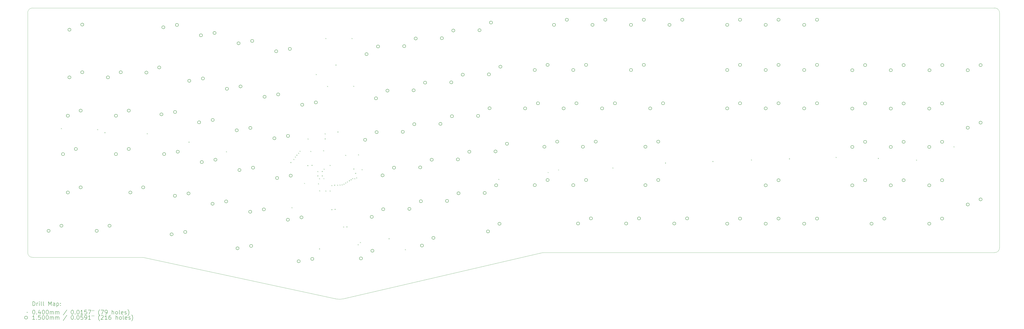
<source format=gbr>
%TF.GenerationSoftware,KiCad,Pcbnew,(6.0.9)*%
%TF.CreationDate,2022-12-16T23:57:10-05:00*%
%TF.ProjectId,rp2040 keeb,72703230-3430-4206-9b65-65622e6b6963,rev?*%
%TF.SameCoordinates,Original*%
%TF.FileFunction,Drillmap*%
%TF.FilePolarity,Positive*%
%FSLAX45Y45*%
G04 Gerber Fmt 4.5, Leading zero omitted, Abs format (unit mm)*
G04 Created by KiCad (PCBNEW (6.0.9)) date 2022-12-16 23:57:10*
%MOMM*%
%LPD*%
G01*
G04 APERTURE LIST*
%ADD10C,0.100000*%
%ADD11C,0.200000*%
%ADD12C,0.040000*%
%ADD13C,0.150000*%
G04 APERTURE END LIST*
D10*
X53553250Y-20908375D02*
X53553250Y-9240250D01*
X11168630Y-21384120D02*
X20743375Y-23449375D01*
X5690125Y-9002120D02*
G75*
G03*
X5452000Y-9240250I5J-238130D01*
G01*
X5690125Y-9002125D02*
X53315125Y-9002125D01*
X30931375Y-21146500D02*
X21063375Y-23443375D01*
X5452000Y-9240250D02*
X5453630Y-21145995D01*
X53315125Y-21146500D02*
X30931375Y-21146500D01*
X53315125Y-21146500D02*
G75*
G03*
X53553250Y-20908375I2535J235590D01*
G01*
X20743375Y-23449375D02*
G75*
G03*
X21063375Y-23443375I147125J689655D01*
G01*
X5453630Y-21145995D02*
G75*
G03*
X5691755Y-21384120I236510J-1615D01*
G01*
X53553245Y-9240250D02*
G75*
G03*
X53315125Y-9002125I-238125J0D01*
G01*
X5691755Y-21384120D02*
X11168630Y-21384120D01*
D11*
D12*
X7098000Y-14969000D02*
X7138000Y-15009000D01*
X7138000Y-14969000D02*
X7098000Y-15009000D01*
X8890000Y-15016000D02*
X8930000Y-15056000D01*
X8930000Y-15016000D02*
X8890000Y-15056000D01*
X9253000Y-15173000D02*
X9293000Y-15213000D01*
X9293000Y-15173000D02*
X9253000Y-15213000D01*
X11347000Y-15223000D02*
X11387000Y-15263000D01*
X11387000Y-15223000D02*
X11347000Y-15263000D01*
X13414000Y-15641000D02*
X13454000Y-15681000D01*
X13454000Y-15641000D02*
X13414000Y-15681000D01*
X15268000Y-16116000D02*
X15308000Y-16156000D01*
X15308000Y-16116000D02*
X15268000Y-16156000D01*
X18457000Y-16650000D02*
X18497000Y-16690000D01*
X18497000Y-16650000D02*
X18457000Y-16690000D01*
X18513000Y-18898000D02*
X18553000Y-18938000D01*
X18553000Y-18898000D02*
X18513000Y-18938000D01*
X18606000Y-16498000D02*
X18646000Y-16538000D01*
X18646000Y-16498000D02*
X18606000Y-16538000D01*
X18679000Y-16381000D02*
X18719000Y-16421000D01*
X18719000Y-16381000D02*
X18679000Y-16421000D01*
X18753000Y-16290000D02*
X18793000Y-16330000D01*
X18793000Y-16290000D02*
X18753000Y-16330000D01*
X18842550Y-16194000D02*
X18882550Y-16234000D01*
X18882550Y-16194000D02*
X18842550Y-16234000D01*
X18910000Y-16091000D02*
X18950000Y-16131000D01*
X18950000Y-16091000D02*
X18910000Y-16131000D01*
X19134000Y-17689000D02*
X19174000Y-17729000D01*
X19174000Y-17689000D02*
X19134000Y-17729000D01*
X19295000Y-16804000D02*
X19335000Y-16844000D01*
X19335000Y-16804000D02*
X19295000Y-16844000D01*
X19307000Y-15482000D02*
X19347000Y-15522000D01*
X19347000Y-15482000D02*
X19307000Y-15522000D01*
X19442000Y-16099000D02*
X19482000Y-16139000D01*
X19482000Y-16099000D02*
X19442000Y-16139000D01*
X19504000Y-16792000D02*
X19544000Y-16832000D01*
X19544000Y-16792000D02*
X19504000Y-16832000D01*
X19716000Y-12285000D02*
X19756000Y-12325000D01*
X19756000Y-12285000D02*
X19716000Y-12325000D01*
X19787000Y-17100000D02*
X19827000Y-17140000D01*
X19827000Y-17100000D02*
X19787000Y-17140000D01*
X19791000Y-17317000D02*
X19831000Y-17357000D01*
X19831000Y-17317000D02*
X19791000Y-17357000D01*
X19826000Y-17712000D02*
X19866000Y-17752000D01*
X19866000Y-17712000D02*
X19826000Y-17752000D01*
X19872000Y-20941000D02*
X19912000Y-20981000D01*
X19912000Y-20941000D02*
X19872000Y-20981000D01*
X19872783Y-17457829D02*
X19912783Y-17497829D01*
X19912783Y-17457829D02*
X19872783Y-17497829D01*
X19884000Y-18057000D02*
X19924000Y-18097000D01*
X19924000Y-18057000D02*
X19884000Y-18097000D01*
X20008000Y-17316000D02*
X20048000Y-17356000D01*
X20048000Y-17316000D02*
X20008000Y-17356000D01*
X20009000Y-17097000D02*
X20049000Y-17137000D01*
X20049000Y-17097000D02*
X20009000Y-17137000D01*
X20079000Y-16070000D02*
X20119000Y-16110000D01*
X20119000Y-16070000D02*
X20079000Y-16110000D01*
X20089550Y-17451000D02*
X20129550Y-17491000D01*
X20129550Y-17451000D02*
X20089550Y-17491000D01*
X20104000Y-16984000D02*
X20144000Y-17024000D01*
X20144000Y-16984000D02*
X20104000Y-17024000D01*
X20151000Y-15227000D02*
X20191000Y-15267000D01*
X20191000Y-15227000D02*
X20151000Y-15267000D01*
X20154000Y-15480000D02*
X20194000Y-15520000D01*
X20194000Y-15480000D02*
X20154000Y-15520000D01*
X20185050Y-10495000D02*
X20225050Y-10535000D01*
X20225050Y-10495000D02*
X20185050Y-10535000D01*
X20189000Y-18066000D02*
X20229000Y-18106000D01*
X20229000Y-18066000D02*
X20189000Y-18106000D01*
X20271000Y-12873000D02*
X20311000Y-12913000D01*
X20311000Y-12873000D02*
X20271000Y-12913000D01*
X20396625Y-16797625D02*
X20436625Y-16837625D01*
X20436625Y-16797625D02*
X20396625Y-16837625D01*
X20397000Y-18067000D02*
X20437000Y-18107000D01*
X20437000Y-18067000D02*
X20397000Y-18107000D01*
X20484000Y-18993000D02*
X20524000Y-19033000D01*
X20524000Y-18993000D02*
X20484000Y-19033000D01*
X20485000Y-17792000D02*
X20525000Y-17832000D01*
X20525000Y-17792000D02*
X20485000Y-17832000D01*
X20624000Y-17780000D02*
X20664000Y-17820000D01*
X20664000Y-17780000D02*
X20624000Y-17820000D01*
X20643000Y-18975000D02*
X20683000Y-19015000D01*
X20683000Y-18975000D02*
X20643000Y-19015000D01*
X20688000Y-11812000D02*
X20728000Y-11852000D01*
X20728000Y-11812000D02*
X20688000Y-11852000D01*
X20773000Y-17777000D02*
X20813000Y-17817000D01*
X20813000Y-17777000D02*
X20773000Y-17817000D01*
X20784000Y-15134000D02*
X20824000Y-15174000D01*
X20824000Y-15134000D02*
X20784000Y-15174000D01*
X20893000Y-17769000D02*
X20933000Y-17809000D01*
X20933000Y-17769000D02*
X20893000Y-17809000D01*
X20993000Y-17760000D02*
X21033000Y-17800000D01*
X21033000Y-17760000D02*
X20993000Y-17800000D01*
X21071000Y-19851550D02*
X21111000Y-19891550D01*
X21111000Y-19851550D02*
X21071000Y-19891550D01*
X21087706Y-17728051D02*
X21127706Y-17768051D01*
X21127706Y-17728051D02*
X21087706Y-17768051D01*
X21166862Y-17667023D02*
X21206862Y-17707023D01*
X21206862Y-17667023D02*
X21166862Y-17707023D01*
X21170000Y-16295000D02*
X21210000Y-16335000D01*
X21210000Y-16295000D02*
X21170000Y-16335000D01*
X21231000Y-19847000D02*
X21271000Y-19887000D01*
X21271000Y-19847000D02*
X21231000Y-19887000D01*
X21253147Y-17616575D02*
X21293147Y-17656575D01*
X21293147Y-17616575D02*
X21253147Y-17656575D01*
X21352000Y-17560000D02*
X21392000Y-17600000D01*
X21392000Y-17560000D02*
X21352000Y-17600000D01*
X21436000Y-17504000D02*
X21476000Y-17544000D01*
X21476000Y-17504000D02*
X21436000Y-17544000D01*
X21484000Y-10495000D02*
X21524000Y-10535000D01*
X21524000Y-10495000D02*
X21484000Y-10535000D01*
X21519500Y-17449066D02*
X21559500Y-17489066D01*
X21559500Y-17449066D02*
X21519500Y-17489066D01*
X21566000Y-12870000D02*
X21606000Y-12910000D01*
X21606000Y-12870000D02*
X21566000Y-12910000D01*
X21571034Y-16972894D02*
X21611034Y-17012894D01*
X21611034Y-16972894D02*
X21571034Y-17012894D01*
X21620000Y-17457000D02*
X21660000Y-17497000D01*
X21660000Y-17457000D02*
X21620000Y-17497000D01*
X21661000Y-17190000D02*
X21701000Y-17230000D01*
X21701000Y-17190000D02*
X21661000Y-17230000D01*
X21709171Y-17411850D02*
X21749171Y-17451850D01*
X21749171Y-17411850D02*
X21709171Y-17451850D01*
X21788000Y-20733000D02*
X21828000Y-20773000D01*
X21828000Y-20733000D02*
X21788000Y-20773000D01*
X21803000Y-16269000D02*
X21843000Y-16309000D01*
X21843000Y-16269000D02*
X21803000Y-16309000D01*
X21896000Y-20624000D02*
X21936000Y-20664000D01*
X21936000Y-20624000D02*
X21896000Y-20664000D01*
X21985000Y-17007000D02*
X22025000Y-17047000D01*
X22025000Y-17007000D02*
X21985000Y-17047000D01*
X23315000Y-20439000D02*
X23355000Y-20479000D01*
X23355000Y-20439000D02*
X23315000Y-20479000D01*
X24124000Y-20977000D02*
X24164000Y-21017000D01*
X24164000Y-20977000D02*
X24124000Y-21017000D01*
X28750000Y-17488000D02*
X28790000Y-17528000D01*
X28790000Y-17488000D02*
X28750000Y-17528000D01*
X31189000Y-17147000D02*
X31229000Y-17187000D01*
X31229000Y-17147000D02*
X31189000Y-17187000D01*
X31707000Y-17021000D02*
X31747000Y-17061000D01*
X31747000Y-17021000D02*
X31707000Y-17061000D01*
X34392000Y-16921000D02*
X34432000Y-16961000D01*
X34432000Y-16921000D02*
X34392000Y-16961000D01*
X36998000Y-16679000D02*
X37038000Y-16719000D01*
X37038000Y-16679000D02*
X36998000Y-16719000D01*
X39343000Y-16601000D02*
X39383000Y-16641000D01*
X39383000Y-16601000D02*
X39343000Y-16641000D01*
X41251000Y-16522000D02*
X41291000Y-16562000D01*
X41291000Y-16522000D02*
X41251000Y-16562000D01*
X43135000Y-16470000D02*
X43175000Y-16510000D01*
X43175000Y-16470000D02*
X43135000Y-16510000D01*
X45441000Y-16395000D02*
X45481000Y-16435000D01*
X45481000Y-16395000D02*
X45441000Y-16435000D01*
X47530000Y-16451000D02*
X47570000Y-16491000D01*
X47570000Y-16451000D02*
X47530000Y-16491000D01*
X49422000Y-16532000D02*
X49462000Y-16572000D01*
X49462000Y-16532000D02*
X49422000Y-16572000D01*
X51276000Y-15872000D02*
X51316000Y-15912000D01*
X51316000Y-15872000D02*
X51276000Y-15912000D01*
D13*
X6562382Y-20066750D02*
G75*
G03*
X6562382Y-20066750I-75000J0D01*
G01*
X7197382Y-19812750D02*
G75*
G03*
X7197382Y-19812750I-75000J0D01*
G01*
X7276757Y-16256750D02*
G75*
G03*
X7276757Y-16256750I-75000J0D01*
G01*
X7514882Y-14352125D02*
G75*
G03*
X7514882Y-14352125I-75000J0D01*
G01*
X7514882Y-18161750D02*
G75*
G03*
X7514882Y-18161750I-75000J0D01*
G01*
X7594257Y-10082250D02*
G75*
G03*
X7594257Y-10082250I-75000J0D01*
G01*
X7594257Y-12446750D02*
G75*
G03*
X7594257Y-12446750I-75000J0D01*
G01*
X7911757Y-16002750D02*
G75*
G03*
X7911757Y-16002750I-75000J0D01*
G01*
X8149882Y-14098125D02*
G75*
G03*
X8149882Y-14098125I-75000J0D01*
G01*
X8149882Y-17907750D02*
G75*
G03*
X8149882Y-17907750I-75000J0D01*
G01*
X8229257Y-9828250D02*
G75*
G03*
X8229257Y-9828250I-75000J0D01*
G01*
X8229257Y-12192750D02*
G75*
G03*
X8229257Y-12192750I-75000J0D01*
G01*
X8943632Y-20066750D02*
G75*
G03*
X8943632Y-20066750I-75000J0D01*
G01*
X9499257Y-12446750D02*
G75*
G03*
X9499257Y-12446750I-75000J0D01*
G01*
X9578632Y-19812750D02*
G75*
G03*
X9578632Y-19812750I-75000J0D01*
G01*
X9896132Y-14351750D02*
G75*
G03*
X9896132Y-14351750I-75000J0D01*
G01*
X9896132Y-16256750D02*
G75*
G03*
X9896132Y-16256750I-75000J0D01*
G01*
X10134257Y-12192750D02*
G75*
G03*
X10134257Y-12192750I-75000J0D01*
G01*
X10531132Y-14097750D02*
G75*
G03*
X10531132Y-14097750I-75000J0D01*
G01*
X10531132Y-16002750D02*
G75*
G03*
X10531132Y-16002750I-75000J0D01*
G01*
X10610507Y-18161750D02*
G75*
G03*
X10610507Y-18161750I-75000J0D01*
G01*
X11245507Y-17907750D02*
G75*
G03*
X11245507Y-17907750I-75000J0D01*
G01*
X11404257Y-12208625D02*
G75*
G03*
X11404257Y-12208625I-75000J0D01*
G01*
X12039257Y-11954625D02*
G75*
G03*
X12039257Y-11954625I-75000J0D01*
G01*
X12147852Y-14282742D02*
G75*
G03*
X12147852Y-14282742I-75000J0D01*
G01*
X12241647Y-9961205D02*
G75*
G03*
X12241647Y-9961205I-75000J0D01*
G01*
X12282028Y-16255389D02*
G75*
G03*
X12282028Y-16255389I-75000J0D01*
G01*
X12651617Y-20239091D02*
G75*
G03*
X12651617Y-20239091I-75000J0D01*
G01*
X12814767Y-18326211D02*
G75*
G03*
X12814767Y-18326211I-75000J0D01*
G01*
X12821785Y-14166316D02*
G75*
G03*
X12821785Y-14166316I-75000J0D01*
G01*
X12915580Y-9844779D02*
G75*
G03*
X12915580Y-9844779I-75000J0D01*
G01*
X12955961Y-16138964D02*
G75*
G03*
X12955961Y-16138964I-75000J0D01*
G01*
X13325550Y-20122666D02*
G75*
G03*
X13325550Y-20122666I-75000J0D01*
G01*
X13488701Y-18209786D02*
G75*
G03*
X13488701Y-18209786I-75000J0D01*
G01*
X13525771Y-12618514D02*
G75*
G03*
X13525771Y-12618514I-75000J0D01*
G01*
X14011223Y-14678814D02*
G75*
G03*
X14011223Y-14678814I-75000J0D01*
G01*
X14102400Y-10359443D02*
G75*
G03*
X14102400Y-10359443I-75000J0D01*
G01*
X14145399Y-16651461D02*
G75*
G03*
X14145399Y-16651461I-75000J0D01*
G01*
X14199705Y-12502089D02*
G75*
G03*
X14199705Y-12502089I-75000J0D01*
G01*
X14678138Y-18722283D02*
G75*
G03*
X14678138Y-18722283I-75000J0D01*
G01*
X14685156Y-14562388D02*
G75*
G03*
X14685156Y-14562388I-75000J0D01*
G01*
X14776333Y-10243017D02*
G75*
G03*
X14776333Y-10243017I-75000J0D01*
G01*
X14819332Y-16535035D02*
G75*
G03*
X14819332Y-16535035I-75000J0D01*
G01*
X15352071Y-18605857D02*
G75*
G03*
X15352071Y-18605857I-75000J0D01*
G01*
X15389142Y-13014586D02*
G75*
G03*
X15389142Y-13014586I-75000J0D01*
G01*
X15874594Y-15074886D02*
G75*
G03*
X15874594Y-15074886I-75000J0D01*
G01*
X15912516Y-20932217D02*
G75*
G03*
X15912516Y-20932217I-75000J0D01*
G01*
X15965771Y-10755514D02*
G75*
G03*
X15965771Y-10755514I-75000J0D01*
G01*
X16008770Y-17047533D02*
G75*
G03*
X16008770Y-17047533I-75000J0D01*
G01*
X16063076Y-12898160D02*
G75*
G03*
X16063076Y-12898160I-75000J0D01*
G01*
X16541509Y-19118355D02*
G75*
G03*
X16541509Y-19118355I-75000J0D01*
G01*
X16548527Y-14958460D02*
G75*
G03*
X16548527Y-14958460I-75000J0D01*
G01*
X16586450Y-20815791D02*
G75*
G03*
X16586450Y-20815791I-75000J0D01*
G01*
X16639705Y-10639089D02*
G75*
G03*
X16639705Y-10639089I-75000J0D01*
G01*
X16682704Y-16931108D02*
G75*
G03*
X16682704Y-16931108I-75000J0D01*
G01*
X17215443Y-19001929D02*
G75*
G03*
X17215443Y-19001929I-75000J0D01*
G01*
X17252514Y-13410658D02*
G75*
G03*
X17252514Y-13410658I-75000J0D01*
G01*
X17737965Y-15470957D02*
G75*
G03*
X17737965Y-15470957I-75000J0D01*
G01*
X17829142Y-11151586D02*
G75*
G03*
X17829142Y-11151586I-75000J0D01*
G01*
X17872142Y-17443605D02*
G75*
G03*
X17872142Y-17443605I-75000J0D01*
G01*
X17926447Y-13294232D02*
G75*
G03*
X17926447Y-13294232I-75000J0D01*
G01*
X18404881Y-19514426D02*
G75*
G03*
X18404881Y-19514426I-75000J0D01*
G01*
X18411898Y-15354532D02*
G75*
G03*
X18411898Y-15354532I-75000J0D01*
G01*
X18503076Y-11035161D02*
G75*
G03*
X18503076Y-11035161I-75000J0D01*
G01*
X18546075Y-17327179D02*
G75*
G03*
X18546075Y-17327179I-75000J0D01*
G01*
X18940495Y-21575834D02*
G75*
G03*
X18940495Y-21575834I-75000J0D01*
G01*
X19078814Y-19398001D02*
G75*
G03*
X19078814Y-19398001I-75000J0D01*
G01*
X19115885Y-13806730D02*
G75*
G03*
X19115885Y-13806730I-75000J0D01*
G01*
X19614428Y-21459408D02*
G75*
G03*
X19614428Y-21459408I-75000J0D01*
G01*
X19789818Y-13690304D02*
G75*
G03*
X19789818Y-13690304I-75000J0D01*
G01*
X22020856Y-21434864D02*
G75*
G03*
X22020856Y-21434864I-75000J0D01*
G01*
X22230169Y-15547697D02*
G75*
G03*
X22230169Y-15547697I-75000J0D01*
G01*
X22299955Y-11294741D02*
G75*
G03*
X22299955Y-11294741I-75000J0D01*
G01*
X22556470Y-19373457D02*
G75*
G03*
X22556470Y-19373457I-75000J0D01*
G01*
X22589170Y-21054391D02*
G75*
G03*
X22589170Y-21054391I-75000J0D01*
G01*
X22765783Y-13486290D02*
G75*
G03*
X22765783Y-13486290I-75000J0D01*
G01*
X22798484Y-15167223D02*
G75*
G03*
X22798484Y-15167223I-75000J0D01*
G01*
X22868269Y-10914267D02*
G75*
G03*
X22868269Y-10914267I-75000J0D01*
G01*
X23092084Y-17312050D02*
G75*
G03*
X23092084Y-17312050I-75000J0D01*
G01*
X23124784Y-18992984D02*
G75*
G03*
X23124784Y-18992984I-75000J0D01*
G01*
X23334097Y-13105816D02*
G75*
G03*
X23334097Y-13105816I-75000J0D01*
G01*
X23660398Y-16931577D02*
G75*
G03*
X23660398Y-16931577I-75000J0D01*
G01*
X24093540Y-15151625D02*
G75*
G03*
X24093540Y-15151625I-75000J0D01*
G01*
X24163326Y-10898669D02*
G75*
G03*
X24163326Y-10898669I-75000J0D01*
G01*
X24419841Y-18977385D02*
G75*
G03*
X24419841Y-18977385I-75000J0D01*
G01*
X24629154Y-13090218D02*
G75*
G03*
X24629154Y-13090218I-75000J0D01*
G01*
X24661855Y-14771152D02*
G75*
G03*
X24661855Y-14771152I-75000J0D01*
G01*
X24731640Y-10518195D02*
G75*
G03*
X24731640Y-10518195I-75000J0D01*
G01*
X24955455Y-16915978D02*
G75*
G03*
X24955455Y-16915978I-75000J0D01*
G01*
X24988155Y-18596912D02*
G75*
G03*
X24988155Y-18596912I-75000J0D01*
G01*
X25040516Y-20796765D02*
G75*
G03*
X25040516Y-20796765I-75000J0D01*
G01*
X25197469Y-12709745D02*
G75*
G03*
X25197469Y-12709745I-75000J0D01*
G01*
X25523769Y-16535505D02*
G75*
G03*
X25523769Y-16535505I-75000J0D01*
G01*
X25608830Y-20416292D02*
G75*
G03*
X25608830Y-20416292I-75000J0D01*
G01*
X25956912Y-14755553D02*
G75*
G03*
X25956912Y-14755553I-75000J0D01*
G01*
X26026697Y-10502597D02*
G75*
G03*
X26026697Y-10502597I-75000J0D01*
G01*
X26283212Y-18581314D02*
G75*
G03*
X26283212Y-18581314I-75000J0D01*
G01*
X26492525Y-12694146D02*
G75*
G03*
X26492525Y-12694146I-75000J0D01*
G01*
X26525226Y-14375080D02*
G75*
G03*
X26525226Y-14375080I-75000J0D01*
G01*
X26595012Y-10122124D02*
G75*
G03*
X26595012Y-10122124I-75000J0D01*
G01*
X26818826Y-16519906D02*
G75*
G03*
X26818826Y-16519906I-75000J0D01*
G01*
X26851527Y-18200840D02*
G75*
G03*
X26851527Y-18200840I-75000J0D01*
G01*
X27060840Y-12313673D02*
G75*
G03*
X27060840Y-12313673I-75000J0D01*
G01*
X27387140Y-16139433D02*
G75*
G03*
X27387140Y-16139433I-75000J0D01*
G01*
X27820283Y-14359481D02*
G75*
G03*
X27820283Y-14359481I-75000J0D01*
G01*
X27890069Y-10106525D02*
G75*
G03*
X27890069Y-10106525I-75000J0D01*
G01*
X28146583Y-18185242D02*
G75*
G03*
X28146583Y-18185242I-75000J0D01*
G01*
X28310516Y-20095765D02*
G75*
G03*
X28310516Y-20095765I-75000J0D01*
G01*
X28355897Y-12298074D02*
G75*
G03*
X28355897Y-12298074I-75000J0D01*
G01*
X28388597Y-13979008D02*
G75*
G03*
X28388597Y-13979008I-75000J0D01*
G01*
X28458383Y-9726052D02*
G75*
G03*
X28458383Y-9726052I-75000J0D01*
G01*
X28682197Y-16123835D02*
G75*
G03*
X28682197Y-16123835I-75000J0D01*
G01*
X28714898Y-17804768D02*
G75*
G03*
X28714898Y-17804768I-75000J0D01*
G01*
X28878830Y-19715292D02*
G75*
G03*
X28878830Y-19715292I-75000J0D01*
G01*
X28924211Y-11917601D02*
G75*
G03*
X28924211Y-11917601I-75000J0D01*
G01*
X29250512Y-15743361D02*
G75*
G03*
X29250512Y-15743361I-75000J0D01*
G01*
X30149125Y-13986875D02*
G75*
G03*
X30149125Y-13986875I-75000J0D01*
G01*
X30625375Y-12081875D02*
G75*
G03*
X30625375Y-12081875I-75000J0D01*
G01*
X30625375Y-17796875D02*
G75*
G03*
X30625375Y-17796875I-75000J0D01*
G01*
X30784125Y-13732875D02*
G75*
G03*
X30784125Y-13732875I-75000J0D01*
G01*
X31101625Y-15891875D02*
G75*
G03*
X31101625Y-15891875I-75000J0D01*
G01*
X31260375Y-11827875D02*
G75*
G03*
X31260375Y-11827875I-75000J0D01*
G01*
X31260375Y-17542875D02*
G75*
G03*
X31260375Y-17542875I-75000J0D01*
G01*
X31577875Y-9841365D02*
G75*
G03*
X31577875Y-9841365I-75000J0D01*
G01*
X31736625Y-15637875D02*
G75*
G03*
X31736625Y-15637875I-75000J0D01*
G01*
X32054125Y-13986875D02*
G75*
G03*
X32054125Y-13986875I-75000J0D01*
G01*
X32212875Y-9587365D02*
G75*
G03*
X32212875Y-9587365I-75000J0D01*
G01*
X32530375Y-12081875D02*
G75*
G03*
X32530375Y-12081875I-75000J0D01*
G01*
X32530375Y-17796875D02*
G75*
G03*
X32530375Y-17796875I-75000J0D01*
G01*
X32689125Y-13732875D02*
G75*
G03*
X32689125Y-13732875I-75000J0D01*
G01*
X32768500Y-19701875D02*
G75*
G03*
X32768500Y-19701875I-75000J0D01*
G01*
X33006625Y-15891875D02*
G75*
G03*
X33006625Y-15891875I-75000J0D01*
G01*
X33165375Y-11827875D02*
G75*
G03*
X33165375Y-11827875I-75000J0D01*
G01*
X33165375Y-17542875D02*
G75*
G03*
X33165375Y-17542875I-75000J0D01*
G01*
X33403500Y-19447875D02*
G75*
G03*
X33403500Y-19447875I-75000J0D01*
G01*
X33482875Y-9841365D02*
G75*
G03*
X33482875Y-9841365I-75000J0D01*
G01*
X33641625Y-15637875D02*
G75*
G03*
X33641625Y-15637875I-75000J0D01*
G01*
X33959125Y-13986875D02*
G75*
G03*
X33959125Y-13986875I-75000J0D01*
G01*
X34117875Y-9587365D02*
G75*
G03*
X34117875Y-9587365I-75000J0D01*
G01*
X34594125Y-13732875D02*
G75*
G03*
X34594125Y-13732875I-75000J0D01*
G01*
X35149750Y-19701875D02*
G75*
G03*
X35149750Y-19701875I-75000J0D01*
G01*
X35387875Y-9841365D02*
G75*
G03*
X35387875Y-9841365I-75000J0D01*
G01*
X35387875Y-12081875D02*
G75*
G03*
X35387875Y-12081875I-75000J0D01*
G01*
X35784750Y-19447875D02*
G75*
G03*
X35784750Y-19447875I-75000J0D01*
G01*
X36022875Y-9587365D02*
G75*
G03*
X36022875Y-9587365I-75000J0D01*
G01*
X36022875Y-11827875D02*
G75*
G03*
X36022875Y-11827875I-75000J0D01*
G01*
X36102250Y-15891875D02*
G75*
G03*
X36102250Y-15891875I-75000J0D01*
G01*
X36102250Y-17796875D02*
G75*
G03*
X36102250Y-17796875I-75000J0D01*
G01*
X36340375Y-13986875D02*
G75*
G03*
X36340375Y-13986875I-75000J0D01*
G01*
X36737250Y-15637875D02*
G75*
G03*
X36737250Y-15637875I-75000J0D01*
G01*
X36737250Y-17542875D02*
G75*
G03*
X36737250Y-17542875I-75000J0D01*
G01*
X36975375Y-13732875D02*
G75*
G03*
X36975375Y-13732875I-75000J0D01*
G01*
X37292875Y-9841365D02*
G75*
G03*
X37292875Y-9841365I-75000J0D01*
G01*
X37531000Y-19701875D02*
G75*
G03*
X37531000Y-19701875I-75000J0D01*
G01*
X37927875Y-9587365D02*
G75*
G03*
X37927875Y-9587365I-75000J0D01*
G01*
X38166000Y-19447875D02*
G75*
G03*
X38166000Y-19447875I-75000J0D01*
G01*
X40150375Y-9841365D02*
G75*
G03*
X40150375Y-9841365I-75000J0D01*
G01*
X40150375Y-12081875D02*
G75*
G03*
X40150375Y-12081875I-75000J0D01*
G01*
X40150375Y-13986875D02*
G75*
G03*
X40150375Y-13986875I-75000J0D01*
G01*
X40150375Y-19711875D02*
G75*
G03*
X40150375Y-19711875I-75000J0D01*
G01*
X40785375Y-9587365D02*
G75*
G03*
X40785375Y-9587365I-75000J0D01*
G01*
X40785375Y-11827875D02*
G75*
G03*
X40785375Y-11827875I-75000J0D01*
G01*
X40785375Y-13732875D02*
G75*
G03*
X40785375Y-13732875I-75000J0D01*
G01*
X40785375Y-19457875D02*
G75*
G03*
X40785375Y-19457875I-75000J0D01*
G01*
X42055375Y-9841365D02*
G75*
G03*
X42055375Y-9841365I-75000J0D01*
G01*
X42055375Y-12081875D02*
G75*
G03*
X42055375Y-12081875I-75000J0D01*
G01*
X42055375Y-13986875D02*
G75*
G03*
X42055375Y-13986875I-75000J0D01*
G01*
X42055375Y-17806875D02*
G75*
G03*
X42055375Y-17806875I-75000J0D01*
G01*
X42055375Y-19711875D02*
G75*
G03*
X42055375Y-19711875I-75000J0D01*
G01*
X42690375Y-9587365D02*
G75*
G03*
X42690375Y-9587365I-75000J0D01*
G01*
X42690375Y-11827875D02*
G75*
G03*
X42690375Y-11827875I-75000J0D01*
G01*
X42690375Y-13732875D02*
G75*
G03*
X42690375Y-13732875I-75000J0D01*
G01*
X42690375Y-17552875D02*
G75*
G03*
X42690375Y-17552875I-75000J0D01*
G01*
X42690375Y-19457875D02*
G75*
G03*
X42690375Y-19457875I-75000J0D01*
G01*
X43960375Y-9841365D02*
G75*
G03*
X43960375Y-9841365I-75000J0D01*
G01*
X43960375Y-12081875D02*
G75*
G03*
X43960375Y-12081875I-75000J0D01*
G01*
X43960375Y-13986875D02*
G75*
G03*
X43960375Y-13986875I-75000J0D01*
G01*
X43960375Y-19711875D02*
G75*
G03*
X43960375Y-19711875I-75000J0D01*
G01*
X44595375Y-9587365D02*
G75*
G03*
X44595375Y-9587365I-75000J0D01*
G01*
X44595375Y-11827875D02*
G75*
G03*
X44595375Y-11827875I-75000J0D01*
G01*
X44595375Y-13732875D02*
G75*
G03*
X44595375Y-13732875I-75000J0D01*
G01*
X44595375Y-19457875D02*
G75*
G03*
X44595375Y-19457875I-75000J0D01*
G01*
X46341000Y-12091875D02*
G75*
G03*
X46341000Y-12091875I-75000J0D01*
G01*
X46341000Y-13996875D02*
G75*
G03*
X46341000Y-13996875I-75000J0D01*
G01*
X46341000Y-15901875D02*
G75*
G03*
X46341000Y-15901875I-75000J0D01*
G01*
X46341000Y-17806875D02*
G75*
G03*
X46341000Y-17806875I-75000J0D01*
G01*
X46976000Y-11837875D02*
G75*
G03*
X46976000Y-11837875I-75000J0D01*
G01*
X46976000Y-13742875D02*
G75*
G03*
X46976000Y-13742875I-75000J0D01*
G01*
X46976000Y-15647875D02*
G75*
G03*
X46976000Y-15647875I-75000J0D01*
G01*
X46976000Y-17552875D02*
G75*
G03*
X46976000Y-17552875I-75000J0D01*
G01*
X47293500Y-19711875D02*
G75*
G03*
X47293500Y-19711875I-75000J0D01*
G01*
X47928500Y-19457875D02*
G75*
G03*
X47928500Y-19457875I-75000J0D01*
G01*
X48246000Y-12091875D02*
G75*
G03*
X48246000Y-12091875I-75000J0D01*
G01*
X48246000Y-13996875D02*
G75*
G03*
X48246000Y-13996875I-75000J0D01*
G01*
X48246000Y-15901875D02*
G75*
G03*
X48246000Y-15901875I-75000J0D01*
G01*
X48246000Y-17806875D02*
G75*
G03*
X48246000Y-17806875I-75000J0D01*
G01*
X48881000Y-11837875D02*
G75*
G03*
X48881000Y-11837875I-75000J0D01*
G01*
X48881000Y-13742875D02*
G75*
G03*
X48881000Y-13742875I-75000J0D01*
G01*
X48881000Y-15647875D02*
G75*
G03*
X48881000Y-15647875I-75000J0D01*
G01*
X48881000Y-17552875D02*
G75*
G03*
X48881000Y-17552875I-75000J0D01*
G01*
X50151000Y-13996875D02*
G75*
G03*
X50151000Y-13996875I-75000J0D01*
G01*
X50151000Y-15901875D02*
G75*
G03*
X50151000Y-15901875I-75000J0D01*
G01*
X50151000Y-17806875D02*
G75*
G03*
X50151000Y-17806875I-75000J0D01*
G01*
X50151000Y-19711875D02*
G75*
G03*
X50151000Y-19711875I-75000J0D01*
G01*
X50161000Y-12091875D02*
G75*
G03*
X50161000Y-12091875I-75000J0D01*
G01*
X50786000Y-13742875D02*
G75*
G03*
X50786000Y-13742875I-75000J0D01*
G01*
X50786000Y-15647875D02*
G75*
G03*
X50786000Y-15647875I-75000J0D01*
G01*
X50786000Y-17552875D02*
G75*
G03*
X50786000Y-17552875I-75000J0D01*
G01*
X50786000Y-19457875D02*
G75*
G03*
X50786000Y-19457875I-75000J0D01*
G01*
X50796000Y-11837875D02*
G75*
G03*
X50796000Y-11837875I-75000J0D01*
G01*
X52056000Y-12091875D02*
G75*
G03*
X52056000Y-12091875I-75000J0D01*
G01*
X52056000Y-14949375D02*
G75*
G03*
X52056000Y-14949375I-75000J0D01*
G01*
X52056000Y-18759375D02*
G75*
G03*
X52056000Y-18759375I-75000J0D01*
G01*
X52691000Y-11837875D02*
G75*
G03*
X52691000Y-11837875I-75000J0D01*
G01*
X52691000Y-14695375D02*
G75*
G03*
X52691000Y-14695375I-75000J0D01*
G01*
X52691000Y-18505375D02*
G75*
G03*
X52691000Y-18505375I-75000J0D01*
G01*
D11*
X5704619Y-23780370D02*
X5704619Y-23580370D01*
X5752238Y-23580370D01*
X5780809Y-23589894D01*
X5799857Y-23608941D01*
X5809381Y-23627989D01*
X5818905Y-23666084D01*
X5818905Y-23694656D01*
X5809381Y-23732751D01*
X5799857Y-23751798D01*
X5780809Y-23770846D01*
X5752238Y-23780370D01*
X5704619Y-23780370D01*
X5904619Y-23780370D02*
X5904619Y-23647036D01*
X5904619Y-23685132D02*
X5914143Y-23666084D01*
X5923667Y-23656560D01*
X5942714Y-23647036D01*
X5961762Y-23647036D01*
X6028428Y-23780370D02*
X6028428Y-23647036D01*
X6028428Y-23580370D02*
X6018905Y-23589894D01*
X6028428Y-23599417D01*
X6037952Y-23589894D01*
X6028428Y-23580370D01*
X6028428Y-23599417D01*
X6152238Y-23780370D02*
X6133190Y-23770846D01*
X6123667Y-23751798D01*
X6123667Y-23580370D01*
X6257000Y-23780370D02*
X6237952Y-23770846D01*
X6228428Y-23751798D01*
X6228428Y-23580370D01*
X6485571Y-23780370D02*
X6485571Y-23580370D01*
X6552238Y-23723227D01*
X6618905Y-23580370D01*
X6618905Y-23780370D01*
X6799857Y-23780370D02*
X6799857Y-23675608D01*
X6790333Y-23656560D01*
X6771286Y-23647036D01*
X6733190Y-23647036D01*
X6714143Y-23656560D01*
X6799857Y-23770846D02*
X6780809Y-23780370D01*
X6733190Y-23780370D01*
X6714143Y-23770846D01*
X6704619Y-23751798D01*
X6704619Y-23732751D01*
X6714143Y-23713703D01*
X6733190Y-23704179D01*
X6780809Y-23704179D01*
X6799857Y-23694656D01*
X6895095Y-23647036D02*
X6895095Y-23847036D01*
X6895095Y-23656560D02*
X6914143Y-23647036D01*
X6952238Y-23647036D01*
X6971286Y-23656560D01*
X6980809Y-23666084D01*
X6990333Y-23685132D01*
X6990333Y-23742275D01*
X6980809Y-23761322D01*
X6971286Y-23770846D01*
X6952238Y-23780370D01*
X6914143Y-23780370D01*
X6895095Y-23770846D01*
X7076048Y-23761322D02*
X7085571Y-23770846D01*
X7076048Y-23780370D01*
X7066524Y-23770846D01*
X7076048Y-23761322D01*
X7076048Y-23780370D01*
X7076048Y-23656560D02*
X7085571Y-23666084D01*
X7076048Y-23675608D01*
X7066524Y-23666084D01*
X7076048Y-23656560D01*
X7076048Y-23675608D01*
D12*
X5407000Y-24089894D02*
X5447000Y-24129894D01*
X5447000Y-24089894D02*
X5407000Y-24129894D01*
D11*
X5742714Y-24000370D02*
X5761762Y-24000370D01*
X5780809Y-24009894D01*
X5790333Y-24019417D01*
X5799857Y-24038465D01*
X5809381Y-24076560D01*
X5809381Y-24124179D01*
X5799857Y-24162275D01*
X5790333Y-24181322D01*
X5780809Y-24190846D01*
X5761762Y-24200370D01*
X5742714Y-24200370D01*
X5723667Y-24190846D01*
X5714143Y-24181322D01*
X5704619Y-24162275D01*
X5695095Y-24124179D01*
X5695095Y-24076560D01*
X5704619Y-24038465D01*
X5714143Y-24019417D01*
X5723667Y-24009894D01*
X5742714Y-24000370D01*
X5895095Y-24181322D02*
X5904619Y-24190846D01*
X5895095Y-24200370D01*
X5885571Y-24190846D01*
X5895095Y-24181322D01*
X5895095Y-24200370D01*
X6076048Y-24067036D02*
X6076048Y-24200370D01*
X6028428Y-23990846D02*
X5980809Y-24133703D01*
X6104619Y-24133703D01*
X6218905Y-24000370D02*
X6237952Y-24000370D01*
X6257000Y-24009894D01*
X6266524Y-24019417D01*
X6276048Y-24038465D01*
X6285571Y-24076560D01*
X6285571Y-24124179D01*
X6276048Y-24162275D01*
X6266524Y-24181322D01*
X6257000Y-24190846D01*
X6237952Y-24200370D01*
X6218905Y-24200370D01*
X6199857Y-24190846D01*
X6190333Y-24181322D01*
X6180809Y-24162275D01*
X6171286Y-24124179D01*
X6171286Y-24076560D01*
X6180809Y-24038465D01*
X6190333Y-24019417D01*
X6199857Y-24009894D01*
X6218905Y-24000370D01*
X6409381Y-24000370D02*
X6428428Y-24000370D01*
X6447476Y-24009894D01*
X6457000Y-24019417D01*
X6466524Y-24038465D01*
X6476048Y-24076560D01*
X6476048Y-24124179D01*
X6466524Y-24162275D01*
X6457000Y-24181322D01*
X6447476Y-24190846D01*
X6428428Y-24200370D01*
X6409381Y-24200370D01*
X6390333Y-24190846D01*
X6380809Y-24181322D01*
X6371286Y-24162275D01*
X6361762Y-24124179D01*
X6361762Y-24076560D01*
X6371286Y-24038465D01*
X6380809Y-24019417D01*
X6390333Y-24009894D01*
X6409381Y-24000370D01*
X6561762Y-24200370D02*
X6561762Y-24067036D01*
X6561762Y-24086084D02*
X6571286Y-24076560D01*
X6590333Y-24067036D01*
X6618905Y-24067036D01*
X6637952Y-24076560D01*
X6647476Y-24095608D01*
X6647476Y-24200370D01*
X6647476Y-24095608D02*
X6657000Y-24076560D01*
X6676048Y-24067036D01*
X6704619Y-24067036D01*
X6723667Y-24076560D01*
X6733190Y-24095608D01*
X6733190Y-24200370D01*
X6828428Y-24200370D02*
X6828428Y-24067036D01*
X6828428Y-24086084D02*
X6837952Y-24076560D01*
X6857000Y-24067036D01*
X6885571Y-24067036D01*
X6904619Y-24076560D01*
X6914143Y-24095608D01*
X6914143Y-24200370D01*
X6914143Y-24095608D02*
X6923667Y-24076560D01*
X6942714Y-24067036D01*
X6971286Y-24067036D01*
X6990333Y-24076560D01*
X6999857Y-24095608D01*
X6999857Y-24200370D01*
X7390333Y-23990846D02*
X7218905Y-24247989D01*
X7647476Y-24000370D02*
X7666524Y-24000370D01*
X7685571Y-24009894D01*
X7695095Y-24019417D01*
X7704619Y-24038465D01*
X7714143Y-24076560D01*
X7714143Y-24124179D01*
X7704619Y-24162275D01*
X7695095Y-24181322D01*
X7685571Y-24190846D01*
X7666524Y-24200370D01*
X7647476Y-24200370D01*
X7628428Y-24190846D01*
X7618905Y-24181322D01*
X7609381Y-24162275D01*
X7599857Y-24124179D01*
X7599857Y-24076560D01*
X7609381Y-24038465D01*
X7618905Y-24019417D01*
X7628428Y-24009894D01*
X7647476Y-24000370D01*
X7799857Y-24181322D02*
X7809381Y-24190846D01*
X7799857Y-24200370D01*
X7790333Y-24190846D01*
X7799857Y-24181322D01*
X7799857Y-24200370D01*
X7933190Y-24000370D02*
X7952238Y-24000370D01*
X7971286Y-24009894D01*
X7980809Y-24019417D01*
X7990333Y-24038465D01*
X7999857Y-24076560D01*
X7999857Y-24124179D01*
X7990333Y-24162275D01*
X7980809Y-24181322D01*
X7971286Y-24190846D01*
X7952238Y-24200370D01*
X7933190Y-24200370D01*
X7914143Y-24190846D01*
X7904619Y-24181322D01*
X7895095Y-24162275D01*
X7885571Y-24124179D01*
X7885571Y-24076560D01*
X7895095Y-24038465D01*
X7904619Y-24019417D01*
X7914143Y-24009894D01*
X7933190Y-24000370D01*
X8190333Y-24200370D02*
X8076048Y-24200370D01*
X8133190Y-24200370D02*
X8133190Y-24000370D01*
X8114143Y-24028941D01*
X8095095Y-24047989D01*
X8076048Y-24057513D01*
X8371286Y-24000370D02*
X8276048Y-24000370D01*
X8266524Y-24095608D01*
X8276048Y-24086084D01*
X8295095Y-24076560D01*
X8342714Y-24076560D01*
X8361762Y-24086084D01*
X8371286Y-24095608D01*
X8380809Y-24114656D01*
X8380809Y-24162275D01*
X8371286Y-24181322D01*
X8361762Y-24190846D01*
X8342714Y-24200370D01*
X8295095Y-24200370D01*
X8276048Y-24190846D01*
X8266524Y-24181322D01*
X8447476Y-24000370D02*
X8580810Y-24000370D01*
X8495095Y-24200370D01*
X8647476Y-24000370D02*
X8647476Y-24038465D01*
X8723667Y-24000370D02*
X8723667Y-24038465D01*
X9018905Y-24276560D02*
X9009381Y-24267036D01*
X8990333Y-24238465D01*
X8980810Y-24219417D01*
X8971286Y-24190846D01*
X8961762Y-24143227D01*
X8961762Y-24105132D01*
X8971286Y-24057513D01*
X8980810Y-24028941D01*
X8990333Y-24009894D01*
X9009381Y-23981322D01*
X9018905Y-23971798D01*
X9076048Y-24000370D02*
X9209381Y-24000370D01*
X9123667Y-24200370D01*
X9295095Y-24200370D02*
X9333190Y-24200370D01*
X9352238Y-24190846D01*
X9361762Y-24181322D01*
X9380810Y-24152751D01*
X9390333Y-24114656D01*
X9390333Y-24038465D01*
X9380810Y-24019417D01*
X9371286Y-24009894D01*
X9352238Y-24000370D01*
X9314143Y-24000370D01*
X9295095Y-24009894D01*
X9285571Y-24019417D01*
X9276048Y-24038465D01*
X9276048Y-24086084D01*
X9285571Y-24105132D01*
X9295095Y-24114656D01*
X9314143Y-24124179D01*
X9352238Y-24124179D01*
X9371286Y-24114656D01*
X9380810Y-24105132D01*
X9390333Y-24086084D01*
X9628429Y-24200370D02*
X9628429Y-24000370D01*
X9714143Y-24200370D02*
X9714143Y-24095608D01*
X9704619Y-24076560D01*
X9685571Y-24067036D01*
X9657000Y-24067036D01*
X9637952Y-24076560D01*
X9628429Y-24086084D01*
X9837952Y-24200370D02*
X9818905Y-24190846D01*
X9809381Y-24181322D01*
X9799857Y-24162275D01*
X9799857Y-24105132D01*
X9809381Y-24086084D01*
X9818905Y-24076560D01*
X9837952Y-24067036D01*
X9866524Y-24067036D01*
X9885571Y-24076560D01*
X9895095Y-24086084D01*
X9904619Y-24105132D01*
X9904619Y-24162275D01*
X9895095Y-24181322D01*
X9885571Y-24190846D01*
X9866524Y-24200370D01*
X9837952Y-24200370D01*
X10018905Y-24200370D02*
X9999857Y-24190846D01*
X9990333Y-24171798D01*
X9990333Y-24000370D01*
X10171286Y-24190846D02*
X10152238Y-24200370D01*
X10114143Y-24200370D01*
X10095095Y-24190846D01*
X10085571Y-24171798D01*
X10085571Y-24095608D01*
X10095095Y-24076560D01*
X10114143Y-24067036D01*
X10152238Y-24067036D01*
X10171286Y-24076560D01*
X10180810Y-24095608D01*
X10180810Y-24114656D01*
X10085571Y-24133703D01*
X10257000Y-24190846D02*
X10276048Y-24200370D01*
X10314143Y-24200370D01*
X10333190Y-24190846D01*
X10342714Y-24171798D01*
X10342714Y-24162275D01*
X10333190Y-24143227D01*
X10314143Y-24133703D01*
X10285571Y-24133703D01*
X10266524Y-24124179D01*
X10257000Y-24105132D01*
X10257000Y-24095608D01*
X10266524Y-24076560D01*
X10285571Y-24067036D01*
X10314143Y-24067036D01*
X10333190Y-24076560D01*
X10409381Y-24276560D02*
X10418905Y-24267036D01*
X10437952Y-24238465D01*
X10447476Y-24219417D01*
X10457000Y-24190846D01*
X10466524Y-24143227D01*
X10466524Y-24105132D01*
X10457000Y-24057513D01*
X10447476Y-24028941D01*
X10437952Y-24009894D01*
X10418905Y-23981322D01*
X10409381Y-23971798D01*
D13*
X5447000Y-24373894D02*
G75*
G03*
X5447000Y-24373894I-75000J0D01*
G01*
D11*
X5809381Y-24464370D02*
X5695095Y-24464370D01*
X5752238Y-24464370D02*
X5752238Y-24264370D01*
X5733190Y-24292941D01*
X5714143Y-24311989D01*
X5695095Y-24321513D01*
X5895095Y-24445322D02*
X5904619Y-24454846D01*
X5895095Y-24464370D01*
X5885571Y-24454846D01*
X5895095Y-24445322D01*
X5895095Y-24464370D01*
X6085571Y-24264370D02*
X5990333Y-24264370D01*
X5980809Y-24359608D01*
X5990333Y-24350084D01*
X6009381Y-24340560D01*
X6057000Y-24340560D01*
X6076048Y-24350084D01*
X6085571Y-24359608D01*
X6095095Y-24378656D01*
X6095095Y-24426275D01*
X6085571Y-24445322D01*
X6076048Y-24454846D01*
X6057000Y-24464370D01*
X6009381Y-24464370D01*
X5990333Y-24454846D01*
X5980809Y-24445322D01*
X6218905Y-24264370D02*
X6237952Y-24264370D01*
X6257000Y-24273894D01*
X6266524Y-24283417D01*
X6276048Y-24302465D01*
X6285571Y-24340560D01*
X6285571Y-24388179D01*
X6276048Y-24426275D01*
X6266524Y-24445322D01*
X6257000Y-24454846D01*
X6237952Y-24464370D01*
X6218905Y-24464370D01*
X6199857Y-24454846D01*
X6190333Y-24445322D01*
X6180809Y-24426275D01*
X6171286Y-24388179D01*
X6171286Y-24340560D01*
X6180809Y-24302465D01*
X6190333Y-24283417D01*
X6199857Y-24273894D01*
X6218905Y-24264370D01*
X6409381Y-24264370D02*
X6428428Y-24264370D01*
X6447476Y-24273894D01*
X6457000Y-24283417D01*
X6466524Y-24302465D01*
X6476048Y-24340560D01*
X6476048Y-24388179D01*
X6466524Y-24426275D01*
X6457000Y-24445322D01*
X6447476Y-24454846D01*
X6428428Y-24464370D01*
X6409381Y-24464370D01*
X6390333Y-24454846D01*
X6380809Y-24445322D01*
X6371286Y-24426275D01*
X6361762Y-24388179D01*
X6361762Y-24340560D01*
X6371286Y-24302465D01*
X6380809Y-24283417D01*
X6390333Y-24273894D01*
X6409381Y-24264370D01*
X6561762Y-24464370D02*
X6561762Y-24331036D01*
X6561762Y-24350084D02*
X6571286Y-24340560D01*
X6590333Y-24331036D01*
X6618905Y-24331036D01*
X6637952Y-24340560D01*
X6647476Y-24359608D01*
X6647476Y-24464370D01*
X6647476Y-24359608D02*
X6657000Y-24340560D01*
X6676048Y-24331036D01*
X6704619Y-24331036D01*
X6723667Y-24340560D01*
X6733190Y-24359608D01*
X6733190Y-24464370D01*
X6828428Y-24464370D02*
X6828428Y-24331036D01*
X6828428Y-24350084D02*
X6837952Y-24340560D01*
X6857000Y-24331036D01*
X6885571Y-24331036D01*
X6904619Y-24340560D01*
X6914143Y-24359608D01*
X6914143Y-24464370D01*
X6914143Y-24359608D02*
X6923667Y-24340560D01*
X6942714Y-24331036D01*
X6971286Y-24331036D01*
X6990333Y-24340560D01*
X6999857Y-24359608D01*
X6999857Y-24464370D01*
X7390333Y-24254846D02*
X7218905Y-24511989D01*
X7647476Y-24264370D02*
X7666524Y-24264370D01*
X7685571Y-24273894D01*
X7695095Y-24283417D01*
X7704619Y-24302465D01*
X7714143Y-24340560D01*
X7714143Y-24388179D01*
X7704619Y-24426275D01*
X7695095Y-24445322D01*
X7685571Y-24454846D01*
X7666524Y-24464370D01*
X7647476Y-24464370D01*
X7628428Y-24454846D01*
X7618905Y-24445322D01*
X7609381Y-24426275D01*
X7599857Y-24388179D01*
X7599857Y-24340560D01*
X7609381Y-24302465D01*
X7618905Y-24283417D01*
X7628428Y-24273894D01*
X7647476Y-24264370D01*
X7799857Y-24445322D02*
X7809381Y-24454846D01*
X7799857Y-24464370D01*
X7790333Y-24454846D01*
X7799857Y-24445322D01*
X7799857Y-24464370D01*
X7933190Y-24264370D02*
X7952238Y-24264370D01*
X7971286Y-24273894D01*
X7980809Y-24283417D01*
X7990333Y-24302465D01*
X7999857Y-24340560D01*
X7999857Y-24388179D01*
X7990333Y-24426275D01*
X7980809Y-24445322D01*
X7971286Y-24454846D01*
X7952238Y-24464370D01*
X7933190Y-24464370D01*
X7914143Y-24454846D01*
X7904619Y-24445322D01*
X7895095Y-24426275D01*
X7885571Y-24388179D01*
X7885571Y-24340560D01*
X7895095Y-24302465D01*
X7904619Y-24283417D01*
X7914143Y-24273894D01*
X7933190Y-24264370D01*
X8180809Y-24264370D02*
X8085571Y-24264370D01*
X8076048Y-24359608D01*
X8085571Y-24350084D01*
X8104619Y-24340560D01*
X8152238Y-24340560D01*
X8171286Y-24350084D01*
X8180809Y-24359608D01*
X8190333Y-24378656D01*
X8190333Y-24426275D01*
X8180809Y-24445322D01*
X8171286Y-24454846D01*
X8152238Y-24464370D01*
X8104619Y-24464370D01*
X8085571Y-24454846D01*
X8076048Y-24445322D01*
X8285571Y-24464370D02*
X8323667Y-24464370D01*
X8342714Y-24454846D01*
X8352238Y-24445322D01*
X8371286Y-24416751D01*
X8380809Y-24378656D01*
X8380809Y-24302465D01*
X8371286Y-24283417D01*
X8361762Y-24273894D01*
X8342714Y-24264370D01*
X8304619Y-24264370D01*
X8285571Y-24273894D01*
X8276048Y-24283417D01*
X8266524Y-24302465D01*
X8266524Y-24350084D01*
X8276048Y-24369132D01*
X8285571Y-24378656D01*
X8304619Y-24388179D01*
X8342714Y-24388179D01*
X8361762Y-24378656D01*
X8371286Y-24369132D01*
X8380809Y-24350084D01*
X8571286Y-24464370D02*
X8457000Y-24464370D01*
X8514143Y-24464370D02*
X8514143Y-24264370D01*
X8495095Y-24292941D01*
X8476048Y-24311989D01*
X8457000Y-24321513D01*
X8647476Y-24264370D02*
X8647476Y-24302465D01*
X8723667Y-24264370D02*
X8723667Y-24302465D01*
X9018905Y-24540560D02*
X9009381Y-24531036D01*
X8990333Y-24502465D01*
X8980810Y-24483417D01*
X8971286Y-24454846D01*
X8961762Y-24407227D01*
X8961762Y-24369132D01*
X8971286Y-24321513D01*
X8980810Y-24292941D01*
X8990333Y-24273894D01*
X9009381Y-24245322D01*
X9018905Y-24235798D01*
X9085571Y-24283417D02*
X9095095Y-24273894D01*
X9114143Y-24264370D01*
X9161762Y-24264370D01*
X9180810Y-24273894D01*
X9190333Y-24283417D01*
X9199857Y-24302465D01*
X9199857Y-24321513D01*
X9190333Y-24350084D01*
X9076048Y-24464370D01*
X9199857Y-24464370D01*
X9390333Y-24464370D02*
X9276048Y-24464370D01*
X9333190Y-24464370D02*
X9333190Y-24264370D01*
X9314143Y-24292941D01*
X9295095Y-24311989D01*
X9276048Y-24321513D01*
X9561762Y-24264370D02*
X9523667Y-24264370D01*
X9504619Y-24273894D01*
X9495095Y-24283417D01*
X9476048Y-24311989D01*
X9466524Y-24350084D01*
X9466524Y-24426275D01*
X9476048Y-24445322D01*
X9485571Y-24454846D01*
X9504619Y-24464370D01*
X9542714Y-24464370D01*
X9561762Y-24454846D01*
X9571286Y-24445322D01*
X9580810Y-24426275D01*
X9580810Y-24378656D01*
X9571286Y-24359608D01*
X9561762Y-24350084D01*
X9542714Y-24340560D01*
X9504619Y-24340560D01*
X9485571Y-24350084D01*
X9476048Y-24359608D01*
X9466524Y-24378656D01*
X9818905Y-24464370D02*
X9818905Y-24264370D01*
X9904619Y-24464370D02*
X9904619Y-24359608D01*
X9895095Y-24340560D01*
X9876048Y-24331036D01*
X9847476Y-24331036D01*
X9828429Y-24340560D01*
X9818905Y-24350084D01*
X10028429Y-24464370D02*
X10009381Y-24454846D01*
X9999857Y-24445322D01*
X9990333Y-24426275D01*
X9990333Y-24369132D01*
X9999857Y-24350084D01*
X10009381Y-24340560D01*
X10028429Y-24331036D01*
X10057000Y-24331036D01*
X10076048Y-24340560D01*
X10085571Y-24350084D01*
X10095095Y-24369132D01*
X10095095Y-24426275D01*
X10085571Y-24445322D01*
X10076048Y-24454846D01*
X10057000Y-24464370D01*
X10028429Y-24464370D01*
X10209381Y-24464370D02*
X10190333Y-24454846D01*
X10180810Y-24435798D01*
X10180810Y-24264370D01*
X10361762Y-24454846D02*
X10342714Y-24464370D01*
X10304619Y-24464370D01*
X10285571Y-24454846D01*
X10276048Y-24435798D01*
X10276048Y-24359608D01*
X10285571Y-24340560D01*
X10304619Y-24331036D01*
X10342714Y-24331036D01*
X10361762Y-24340560D01*
X10371286Y-24359608D01*
X10371286Y-24378656D01*
X10276048Y-24397703D01*
X10447476Y-24454846D02*
X10466524Y-24464370D01*
X10504619Y-24464370D01*
X10523667Y-24454846D01*
X10533190Y-24435798D01*
X10533190Y-24426275D01*
X10523667Y-24407227D01*
X10504619Y-24397703D01*
X10476048Y-24397703D01*
X10457000Y-24388179D01*
X10447476Y-24369132D01*
X10447476Y-24359608D01*
X10457000Y-24340560D01*
X10476048Y-24331036D01*
X10504619Y-24331036D01*
X10523667Y-24340560D01*
X10599857Y-24540560D02*
X10609381Y-24531036D01*
X10628429Y-24502465D01*
X10637952Y-24483417D01*
X10647476Y-24454846D01*
X10657000Y-24407227D01*
X10657000Y-24369132D01*
X10647476Y-24321513D01*
X10637952Y-24292941D01*
X10628429Y-24273894D01*
X10609381Y-24245322D01*
X10599857Y-24235798D01*
M02*

</source>
